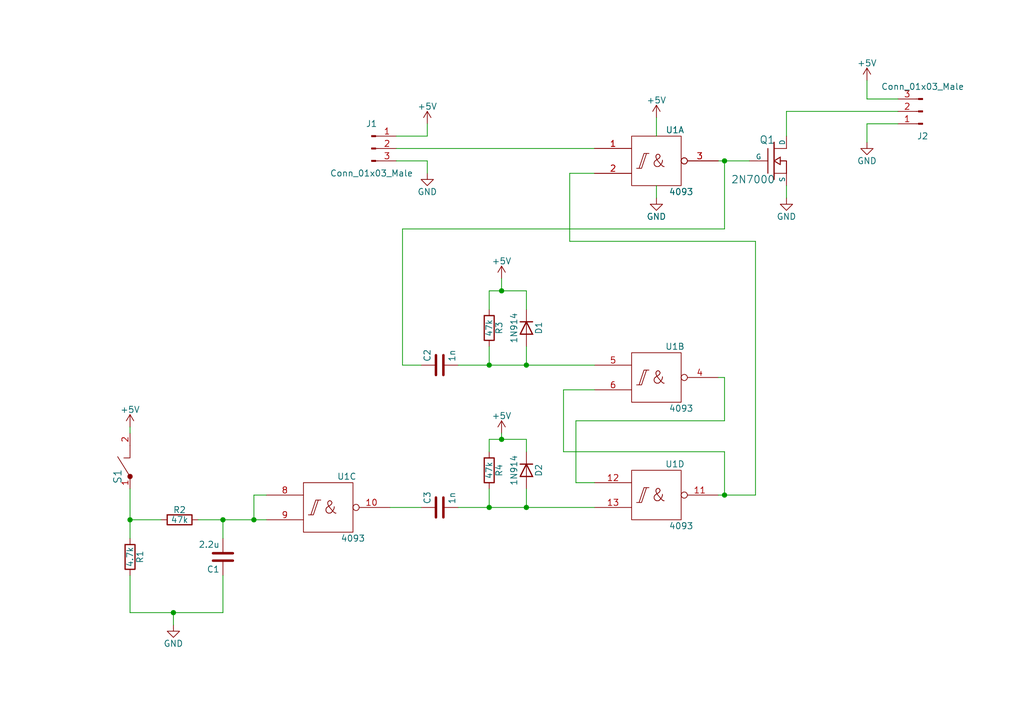
<source format=kicad_sch>
(kicad_sch (version 20211123) (generator eeschema)
  (paper "A5")
  (lib_symbols
    (symbol "4xxx_IEEE:4093" (pin_names (offset 0.762))
      (property "Reference" "U" (at 3.81 6.35 0))
      (property "Value" "4093" (at 5.08 -6.35 0))
      (symbol "4093_0_0"
        (rectangle (start -5.08 5.08) (end 5.08 -5.08))
        (polyline (pts (xy -4.064 -1.524) (xy -3.048 -1.524) (xy -2.032 1.524) (xy -1.524 1.524) (xy -2.54 1.524) (xy -3.556 -1.524) (xy -3.556 -1.524)))
        (text "&" (at 0.508 0 0) (effects (font (size 2.54 2.54))))
        (pin power_in line (at 0 5.08 270) (length 0) hide (name "Vdd") (number "14"))
        (pin power_in line (at 0 -5.08 90) (length 0) hide (name "Vss") (number "7"))
      )
      (symbol "4093_1_1"
        (pin input line (at -12.7 2.54 0) (length 7.62) (name "~") (number "1"))
        (pin input line (at -12.7 -2.54 0) (length 7.62) (name "~") (number "2"))
        (pin output inverted (at 12.7 0 180) (length 7.62) (name "~") (number "3"))
      )
      (symbol "4093_2_1"
        (pin output inverted (at 12.7 0 180) (length 7.62) (name "~") (number "4"))
        (pin input line (at -12.7 2.54 0) (length 7.62) (name "~") (number "5"))
        (pin input line (at -12.7 -2.54 0) (length 7.62) (name "~") (number "6"))
      )
      (symbol "4093_3_1"
        (pin output inverted (at 12.7 0 180) (length 7.62) (name "~") (number "10"))
        (pin input line (at -12.7 2.54 0) (length 7.62) (name "~") (number "8"))
        (pin input line (at -12.7 -2.54 0) (length 7.62) (name "~") (number "9"))
      )
      (symbol "4093_4_1"
        (pin output inverted (at 12.7 0 180) (length 7.62) (name "~") (number "11"))
        (pin input line (at -12.7 2.54 0) (length 7.62) (name "~") (number "12"))
        (pin input line (at -12.7 -2.54 0) (length 7.62) (name "~") (number "13"))
      )
    )
    (symbol "Connector:Conn_01x03_Male" (pin_names (offset 1.016) hide)
      (property "Reference" "J" (at 0 5.08 0))
      (property "Value" "Conn_01x03_Male" (at 0 -5.08 0))
      (symbol "Conn_01x03_Male_1_1"
        (polyline (pts (xy 1.27 -2.54) (xy 0.8636 -2.54)) (stroke (width 0.1524)))
        (polyline (pts (xy 1.27 0) (xy 0.8636 0)) (stroke (width 0.1524)))
        (polyline (pts (xy 1.27 2.54) (xy 0.8636 2.54)) (stroke (width 0.1524)))
        (rectangle (start 0.8636 -2.413) (end 0 -2.667) (stroke (width 0.1524)) (fill (type outline)))
        (rectangle (start 0.8636 0.127) (end 0 -0.127) (stroke (width 0.1524)) (fill (type outline)))
        (rectangle (start 0.8636 2.667) (end 0 2.413) (stroke (width 0.1524)) (fill (type outline)))
        (pin passive line (at 5.08 2.54 180) (length 3.81) (name "Pin_1") (number "1"))
        (pin passive line (at 5.08 0 180) (length 3.81) (name "Pin_2") (number "2"))
        (pin passive line (at 5.08 -2.54 180) (length 3.81) (name "Pin_3") (number "3"))
      )
    )
    (symbol "Device:C" (pin_numbers hide) (pin_names (offset 0.254))
      (property "Reference" "C" (at 0.635 2.54 0))
      (property "Value" "C" (at 0.635 -2.54 0))
      (symbol "C_0_1"
        (polyline (pts (xy -2.032 -0.762) (xy 2.032 -0.762)) (stroke (width 0.508)))
        (polyline (pts (xy -2.032 0.762) (xy 2.032 0.762)) (stroke (width 0.508)))
      )
      (symbol "C_1_1"
        (pin passive line (at 0 3.81 270) (length 2.794) (name "~") (number "1"))
        (pin passive line (at 0 -3.81 90) (length 2.794) (name "~") (number "2"))
      )
    )
    (symbol "Device:R" (pin_numbers hide) (pin_names (offset 0))
      (property "Reference" "R" (at 2.032 0 90))
      (property "Value" "R" (at 0 0 90))
      (symbol "R_0_1"
        (rectangle (start -1.016 -2.54) (end 1.016 2.54) (stroke (width 0.254)))
      )
      (symbol "R_1_1"
        (pin passive line (at 0 3.81 270) (length 1.27) (name "~") (number "1"))
        (pin passive line (at 0 -3.81 90) (length 1.27) (name "~") (number "2"))
      )
    )
    (symbol "Diode:1N914" (pin_numbers hide) (pin_names hide)
      (property "Reference" "D" (at 0 2.54 0))
      (property "Value" "1N914" (at 0 -2.54 0))
      (symbol "1N914_0_1"
        (polyline (pts (xy -1.27 1.27) (xy -1.27 -1.27)) (stroke (width 0.254)))
        (polyline (pts (xy 1.27 0) (xy -1.27 0)))
        (polyline (pts (xy 1.27 1.27) (xy 1.27 -1.27) (xy -1.27 0) (xy 1.27 1.27)) (stroke (width 0.254)))
      )
      (symbol "1N914_1_1"
        (pin passive line (at -3.81 0 0) (length 2.54) (name "K") (number "1"))
        (pin passive line (at 3.81 0 180) (length 2.54) (name "A") (number "2"))
      )
    )
    (symbol "power:+5V" (power) (pin_names (offset 0))
      (property "Value" "+5V" (at 0 3.556 0))
      (symbol "+5V_0_1"
        (polyline (pts (xy -0.762 1.27) (xy 0 2.54)))
        (polyline (pts (xy 0 0) (xy 0 2.54)))
        (polyline (pts (xy 0 2.54) (xy 0.762 1.27)))
      )
      (symbol "+5V_1_1"
        (pin power_in line (at 0 0 90) (length 0) hide (name "+5V") (number "1"))
      )
    )
    (symbol "power:GND" (power) (pin_names (offset 0))
      (property "Value" "GND" (at 0 -3.81 0))
      (symbol "GND_0_1"
        (polyline (pts (xy 0 0) (xy 0 -1.27) (xy 1.27 -1.27) (xy 0 -2.54) (xy -1.27 -1.27) (xy 0 -1.27)))
      )
      (symbol "GND_1_1"
        (pin power_in line (at 0 0 270) (length 0) hide (name "GND") (number "1"))
      )
    )
    (symbol "rg:2N7000" (pin_numbers hide) (pin_names (offset 0))
      (property "Reference" "Q" (at 0.254 4.318 0))
      (property "Value" "2N7000" (at 0.254 -3.81 0))
      (symbol "2N7000_0_1"
        (polyline (pts (xy -1.27 -2.54) (xy -1.27 2.54)) (stroke (width 0.2032)))
        (polyline (pts (xy 0 -3.81) (xy 0 3.81)) (stroke (width 0.254)))
        (polyline (pts (xy 2.54 -2.54) (xy 0 -2.54)))
        (polyline (pts (xy 2.54 2.54) (xy 0 2.54)))
        (polyline (pts (xy 2.54 -2.54) (xy 2.54 0) (xy 1.27 0)) (stroke (width 0.2032)))
        (polyline (pts (xy 1.27 0.762) (xy 1.27 -0.762) (xy 0 0) (xy 1.27 0.762) (xy 1.27 0.762)) (stroke (width 0.2032)))
      )
      (symbol "2N7000_1_1"
        (pin passive line (at 2.54 5.08 270) (length 2.54) (name "D") (number "D"))
        (pin input line (at -5.08 0 0) (length 3.81) (name "G") (number "G"))
        (pin passive line (at 2.54 -5.08 90) (length 2.54) (name "S") (number "S"))
      )
    )
    (symbol "rg:TASTER" (pin_names (offset 1.016))
      (property "Reference" "S" (at -3.81 -3.81 0))
      (symbol "TASTER_0_1"
        (circle (center -3.81 -6.35) (radius 0.4572) (fill (type outline)))
        (polyline (pts (xy -3.81 -6.35) (xy 0.254 -3.81) (xy 0.254 -3.81) (xy 0.254 -3.81)))
        (polyline (pts (xy 0 -5.08) (xy 0 -6.35) (xy 2.54 -6.35) (xy 2.54 -6.35)))
      )
      (symbol "TASTER_1_1"
        (pin input line (at -6.35 -6.35 0) (length 2.54) (name "~") (number "1"))
        (pin input line (at 5.08 -6.35 180) (length 2.54) (name "~") (number "2"))
      )
    )
  )
  (junction (at 35.56 125.73))
  (junction (at 148.59 33.02))
  (junction (at 45.72 106.68))
  (junction (at 148.59 101.6))
  (junction (at 100.33 74.93))
  (junction (at 26.67 106.68))
  (junction (at 100.33 104.14))
  (junction (at 102.87 90.17))
  (junction (at 52.07 106.68))
  (junction (at 107.95 74.93))
  (junction (at 102.87 59.69))
  (junction (at 107.95 104.14))
  (wire (pts (xy 26.67 125.73) (xy 26.67 118.11)))
  (wire (pts (xy 121.92 35.56) (xy 116.84 35.56)))
  (wire (pts (xy 154.94 49.53) (xy 154.94 101.6)))
  (wire (pts (xy 184.15 20.32) (xy 177.8 20.32)))
  (wire (pts (xy 87.63 33.02) (xy 87.63 35.56)))
  (wire (pts (xy 45.72 110.49) (xy 45.72 106.68)))
  (wire (pts (xy 35.56 125.73) (xy 26.67 125.73)))
  (wire (pts (xy 100.33 59.69) (xy 100.33 63.5)))
  (wire (pts (xy 148.59 33.02) (xy 148.59 46.99)))
  (wire (pts (xy 45.72 118.11) (xy 45.72 125.73)))
  (wire (pts (xy 80.01 104.14) (xy 86.36 104.14)))
  (wire (pts (xy 177.8 25.4) (xy 177.8 29.21)))
  (wire (pts (xy 26.67 100.33) (xy 26.67 106.68)))
  (wire (pts (xy 93.98 74.93) (xy 100.33 74.93)))
  (wire (pts (xy 35.56 125.73) (xy 35.56 128.27)))
  (wire (pts (xy 100.33 74.93) (xy 107.95 74.93)))
  (wire (pts (xy 100.33 104.14) (xy 107.95 104.14)))
  (wire (pts (xy 100.33 90.17) (xy 102.87 90.17)))
  (wire (pts (xy 86.36 74.93) (xy 82.55 74.93)))
  (wire (pts (xy 121.92 99.06) (xy 118.11 99.06)))
  (wire (pts (xy 134.62 24.13) (xy 134.62 27.94)))
  (wire (pts (xy 148.59 86.36) (xy 148.59 77.47)))
  (wire (pts (xy 161.29 22.86) (xy 184.15 22.86)))
  (wire (pts (xy 100.33 92.71) (xy 100.33 90.17)))
  (wire (pts (xy 40.64 106.68) (xy 45.72 106.68)))
  (wire (pts (xy 107.95 59.69) (xy 107.95 63.5)))
  (wire (pts (xy 148.59 33.02) (xy 153.67 33.02)))
  (wire (pts (xy 147.32 33.02) (xy 148.59 33.02)))
  (wire (pts (xy 161.29 27.94) (xy 161.29 22.86)))
  (wire (pts (xy 134.62 38.1) (xy 134.62 40.64)))
  (wire (pts (xy 93.98 104.14) (xy 100.33 104.14)))
  (wire (pts (xy 107.95 90.17) (xy 107.95 92.71)))
  (wire (pts (xy 177.8 20.32) (xy 177.8 16.51)))
  (wire (pts (xy 116.84 49.53) (xy 154.94 49.53)))
  (wire (pts (xy 118.11 86.36) (xy 148.59 86.36)))
  (wire (pts (xy 121.92 80.01) (xy 115.57 80.01)))
  (wire (pts (xy 82.55 46.99) (xy 148.59 46.99)))
  (wire (pts (xy 115.57 92.71) (xy 148.59 92.71)))
  (wire (pts (xy 100.33 59.69) (xy 102.87 59.69)))
  (wire (pts (xy 107.95 71.12) (xy 107.95 74.93)))
  (wire (pts (xy 100.33 100.33) (xy 100.33 104.14)))
  (wire (pts (xy 107.95 104.14) (xy 121.92 104.14)))
  (wire (pts (xy 148.59 77.47) (xy 147.32 77.47)))
  (wire (pts (xy 81.28 27.94) (xy 87.63 27.94)))
  (wire (pts (xy 26.67 87.63) (xy 26.67 88.9)))
  (wire (pts (xy 52.07 106.68) (xy 54.61 106.68)))
  (wire (pts (xy 81.28 33.02) (xy 87.63 33.02)))
  (wire (pts (xy 100.33 71.12) (xy 100.33 74.93)))
  (wire (pts (xy 81.28 30.48) (xy 121.92 30.48)))
  (wire (pts (xy 54.61 101.6) (xy 52.07 101.6)))
  (wire (pts (xy 184.15 25.4) (xy 177.8 25.4)))
  (wire (pts (xy 102.87 59.69) (xy 107.95 59.69)))
  (wire (pts (xy 52.07 101.6) (xy 52.07 106.68)))
  (wire (pts (xy 107.95 74.93) (xy 121.92 74.93)))
  (wire (pts (xy 102.87 88.9) (xy 102.87 90.17)))
  (wire (pts (xy 102.87 57.15) (xy 102.87 59.69)))
  (wire (pts (xy 26.67 106.68) (xy 26.67 110.49)))
  (wire (pts (xy 107.95 100.33) (xy 107.95 104.14)))
  (wire (pts (xy 118.11 99.06) (xy 118.11 86.36)))
  (wire (pts (xy 45.72 125.73) (xy 35.56 125.73)))
  (wire (pts (xy 82.55 74.93) (xy 82.55 46.99)))
  (wire (pts (xy 148.59 101.6) (xy 147.32 101.6)))
  (wire (pts (xy 116.84 35.56) (xy 116.84 49.53)))
  (wire (pts (xy 87.63 27.94) (xy 87.63 25.4)))
  (wire (pts (xy 102.87 90.17) (xy 107.95 90.17)))
  (wire (pts (xy 148.59 92.71) (xy 148.59 101.6)))
  (wire (pts (xy 161.29 38.1) (xy 161.29 40.64)))
  (wire (pts (xy 154.94 101.6) (xy 148.59 101.6)))
  (wire (pts (xy 45.72 106.68) (xy 52.07 106.68)))
  (wire (pts (xy 115.57 80.01) (xy 115.57 92.71)))
  (wire (pts (xy 33.02 106.68) (xy 26.67 106.68)))
  (symbol (lib_id "rg:TASTER") (at 20.32 93.98 90) (unit 1)
    (property "Reference" "S1" (at 24.13 97.79 0) (effects (font (size 1.524 1.524))))
    (property "Value" "TASTER" (effects hide))
  )
  (symbol (lib_id "power:+5V") (at 26.67 87.63 0) (unit 1)
    (property "Reference" "#PWR01" (effects hide))
    (property "Value" "+5V" (at 26.67 84.074 0))
  )
  (symbol (lib_id "power:+5V") (at 177.8 16.51 0) (unit 1)
    (property "Reference" "#PWR010" (effects hide))
    (property "Value" "+5V" (at 177.8 12.954 0))
  )
  (symbol (lib_id "Device:C") (at 90.17 104.14 90) (unit 1)
    (property "Reference" "C3" (at 87.63 103.505 0) (effects (justify left)))
    (property "Value" "1n" (at 92.71 103.505 0) (effects (justify left)))
  )
  (symbol (lib_id "power:+5V") (at 134.62 24.13 0) (unit 1)
    (property "Reference" "#PWR07" (effects hide))
    (property "Value" "+5V" (at 134.62 20.574 0))
  )
  (symbol (lib_id "Device:C") (at 90.17 74.93 90) (unit 1)
    (property "Reference" "C2" (at 87.63 74.295 0) (effects (justify left)))
    (property "Value" "1n" (at 92.71 74.295 0) (effects (justify left)))
  )
  (symbol (lib_id "rg:2N7000") (at 158.75 33.02 0) (unit 1)
    (property "Reference" "Q1" (at 159.004 28.702 0) (effects (font (size 1.524 1.524)) (justify right)))
    (property "Value" "2N7000" (at 159.004 36.83 0) (effects (font (size 1.524 1.524)) (justify right)))
    (property "Footprint" "RG:FETsgd_inline" (effects hide))
    (property "Datasheet" "/kerai/Data/datasheets/Transistoren/2N7000,2N7002#VIS.pdf" (effects hide))
  )
  (symbol (lib_id "power:+5V") (at 102.87 88.9 0) (unit 1)
    (property "Reference" "#PWR06" (effects hide))
    (property "Value" "+5V" (at 102.87 85.344 0))
  )
  (symbol (lib_id "4xxx_IEEE:4093") (at 134.62 33.02 0) (unit 1)
    (property "Reference" "U1" (at 138.43 26.67 0))
    (property "Value" "4093" (at 139.7 39.37 0))
  )
  (symbol (lib_id "power:+5V") (at 87.63 25.4 0) (unit 1)
    (property "Reference" "#PWR03" (effects hide))
    (property "Value" "+5V" (at 87.63 21.844 0))
  )
  (symbol (lib_id "power:GND") (at 134.62 40.64 0) (unit 1)
    (property "Reference" "#PWR08" (effects hide))
    (property "Value" "GND" (at 134.62 44.45 0))
  )
  (symbol (lib_id "Device:R") (at 100.33 96.52 0) (unit 1)
    (property "Reference" "R4" (at 102.362 96.52 90))
    (property "Value" "47k" (at 100.33 96.52 90))
  )
  (symbol (lib_id "power:GND") (at 87.63 35.56 0) (unit 1)
    (property "Reference" "#PWR04" (effects hide))
    (property "Value" "GND" (at 87.63 39.37 0))
  )
  (symbol (lib_id "4xxx_IEEE:4093") (at 134.62 77.47 0) (unit 2)
    (property "Reference" "U1" (at 138.43 71.12 0))
    (property "Value" "4093" (at 139.7 83.82 0))
  )
  (symbol (lib_id "Device:R") (at 36.83 106.68 90) (unit 1)
    (property "Reference" "R2" (at 36.83 104.648 90))
    (property "Value" "47k" (at 36.83 106.68 90))
  )
  (symbol (lib_id "power:+5V") (at 102.87 57.15 0) (unit 1)
    (property "Reference" "#PWR05" (effects hide))
    (property "Value" "+5V" (at 102.87 53.594 0))
  )
  (symbol (lib_id "power:GND") (at 35.56 128.27 0) (unit 1)
    (property "Reference" "#PWR02" (effects hide))
    (property "Value" "GND" (at 35.56 132.08 0))
  )
  (symbol (lib_id "4xxx_IEEE:4093") (at 67.31 104.14 0) (unit 3)
    (property "Reference" "U1" (at 71.12 97.79 0))
    (property "Value" "4093" (at 72.39 110.49 0))
  )
  (symbol (lib_id "Device:R") (at 26.67 114.3 0) (unit 1)
    (property "Reference" "R1" (at 28.702 114.3 90))
    (property "Value" "4.7k" (at 26.67 114.3 90))
  )
  (symbol (lib_id "Diode:1N914") (at 107.95 67.31 270) (unit 1)
    (property "Reference" "D1" (at 110.49 67.31 0))
    (property "Value" "1N914" (at 105.41 67.31 0))
    (property "Footprint" "Diode_THT:D_DO-35_SOD27_P7.62mm_Horizontal" (effects hide))
    (property "Datasheet" "http://www.vishay.com/docs/85622/1n914.pdf" (effects hide))
  )
  (symbol (lib_id "Diode:1N914") (at 107.95 96.52 270) (unit 1)
    (property "Reference" "D2" (at 110.49 96.52 0))
    (property "Value" "1N914" (at 105.41 96.52 0))
    (property "Footprint" "Diode_THT:D_DO-35_SOD27_P7.62mm_Horizontal" (effects hide))
    (property "Datasheet" "http://www.vishay.com/docs/85622/1n914.pdf" (effects hide))
  )
  (symbol (lib_id "Connector:Conn_01x03_Male") (at 76.2 30.48 0) (unit 1)
    (property "Reference" "J1" (at 76.2 25.4 0))
    (property "Value" "Conn_01x03_Male" (at 76.2 35.56 0))
  )
  (symbol (lib_id "4xxx_IEEE:4093") (at 134.62 101.6 0) (unit 4)
    (property "Reference" "U1" (at 138.43 95.25 0))
    (property "Value" "4093" (at 139.7 107.95 0))
  )
  (symbol (lib_id "power:GND") (at 177.8 29.21 0) (unit 1)
    (property "Reference" "#PWR011" (effects hide))
    (property "Value" "GND" (at 177.8 33.02 0))
  )
  (symbol (lib_id "power:GND") (at 161.29 40.64 0) (unit 1)
    (property "Reference" "#PWR09" (effects hide))
    (property "Value" "GND" (at 161.29 44.45 0))
  )
  (symbol (lib_id "Device:R") (at 100.33 67.31 0) (unit 1)
    (property "Reference" "R3" (at 102.362 67.31 90))
    (property "Value" "47k" (at 100.33 67.31 90))
  )
  (symbol (lib_id "Connector:Conn_01x03_Male") (at 189.23 22.86 180) (unit 1)
    (property "Reference" "J2" (at 189.23 27.94 0))
    (property "Value" "Conn_01x03_Male" (at 189.23 17.78 0))
  )
  (symbol (lib_id "Device:C") (at 45.72 114.3 180) (unit 1)
    (property "Reference" "C1" (at 45.085 116.84 0) (effects (justify left)))
    (property "Value" "2.2u" (at 45.085 111.76 0) (effects (justify left)))
  )
)
</source>
